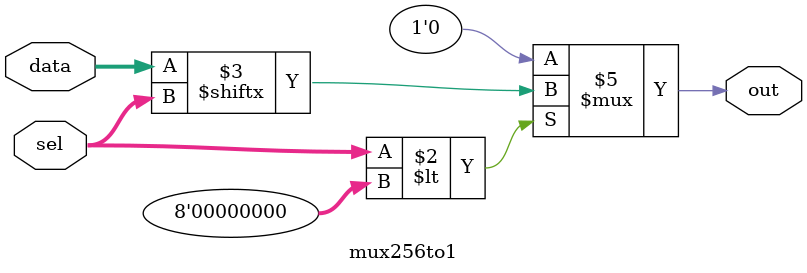
<source format=sv>
module mux256to1 (
    input logic [255:0] data,
    input logic [7:0] sel,
    output logic out
);

    always @(*) begin
        if (sel < 8'd256) begin
            out = data[sel];
        end else begin
            out = 1'b0; // Define behavior for out-of-range 'sel' values
        end
    end

endmodule
</source>
